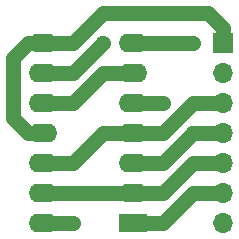
<source format=gbl>
G04 #@! TF.FileFunction,Copper,L2,Bot,Signal*
%FSLAX46Y46*%
G04 Gerber Fmt 4.6, Leading zero omitted, Abs format (unit mm)*
G04 Created by KiCad (PCBNEW 4.0.2-stable) date 5/2/2017 7:57:29 PM*
%MOMM*%
G01*
G04 APERTURE LIST*
%ADD10C,0.100000*%
%ADD11R,1.700000X1.700000*%
%ADD12O,1.700000X1.700000*%
%ADD13R,2.400000X1.600000*%
%ADD14O,2.400000X1.600000*%
%ADD15C,1.270000*%
%ADD16C,1.270000*%
G04 APERTURE END LIST*
D10*
D11*
X170180000Y-102870000D03*
D12*
X170180000Y-105410000D03*
X170180000Y-107950000D03*
X170180000Y-110490000D03*
X170180000Y-113030000D03*
X170180000Y-115570000D03*
X170180000Y-118110000D03*
D13*
X162560000Y-118110000D03*
D14*
X154940000Y-102870000D03*
X162560000Y-115570000D03*
X154940000Y-105410000D03*
X162560000Y-113030000D03*
X154940000Y-107950000D03*
X162560000Y-110490000D03*
X154940000Y-110490000D03*
X162560000Y-107950000D03*
X154940000Y-113030000D03*
X162560000Y-105410000D03*
X154940000Y-115570000D03*
X162560000Y-102870000D03*
X154940000Y-118110000D03*
D15*
X167640000Y-110490000D03*
X167640000Y-102870000D03*
X160020000Y-115570000D03*
X160020000Y-102870000D03*
X165100000Y-118110000D03*
X165100000Y-107950000D03*
X157480000Y-107950000D03*
X157480000Y-118110000D03*
D16*
X168910000Y-100330000D02*
X170180000Y-101600000D01*
X170180000Y-101600000D02*
X170180000Y-102870000D01*
X160020000Y-100330000D02*
X168910000Y-100330000D01*
X157480000Y-102870000D02*
X160020000Y-100330000D01*
X154940000Y-102870000D02*
X157480000Y-102870000D01*
X152400000Y-104140000D02*
X153670000Y-102870000D01*
X153670000Y-102870000D02*
X154940000Y-102870000D01*
X152400000Y-109220000D02*
X152400000Y-104140000D01*
X153670000Y-110490000D02*
X152400000Y-109220000D01*
X154940000Y-110490000D02*
X153670000Y-110490000D01*
X157480000Y-113030000D02*
X154940000Y-113030000D01*
X160020000Y-110490000D02*
X157480000Y-113030000D01*
X162560000Y-110490000D02*
X160020000Y-110490000D01*
X165100000Y-110490000D02*
X167640000Y-107950000D01*
X167640000Y-107950000D02*
X170180000Y-107950000D01*
X162560000Y-110490000D02*
X165100000Y-110490000D01*
X162560000Y-102870000D02*
X167640000Y-102870000D01*
X165100000Y-113030000D02*
X167640000Y-110490000D01*
X167640000Y-110490000D02*
X170180000Y-110490000D01*
X162560000Y-113030000D02*
X165100000Y-113030000D01*
X162560000Y-115570000D02*
X160020000Y-115570000D01*
X160020000Y-115570000D02*
X154940000Y-115570000D01*
X154940000Y-105410000D02*
X157480000Y-105410000D01*
X157480000Y-105410000D02*
X160020000Y-102870000D01*
X165100000Y-115570000D02*
X167640000Y-113030000D01*
X167640000Y-113030000D02*
X170180000Y-113030000D01*
X162560000Y-115570000D02*
X165100000Y-115570000D01*
X162560000Y-107950000D02*
X165100000Y-107950000D01*
X165100000Y-118110000D02*
X167640000Y-115570000D01*
X167640000Y-115570000D02*
X170180000Y-115570000D01*
X162560000Y-118110000D02*
X165100000Y-118110000D01*
X154940000Y-118110000D02*
X157480000Y-118110000D01*
X157480000Y-107950000D02*
X160020000Y-105410000D01*
X160020000Y-105410000D02*
X162560000Y-105410000D01*
X154940000Y-107950000D02*
X157480000Y-107950000D01*
M02*

</source>
